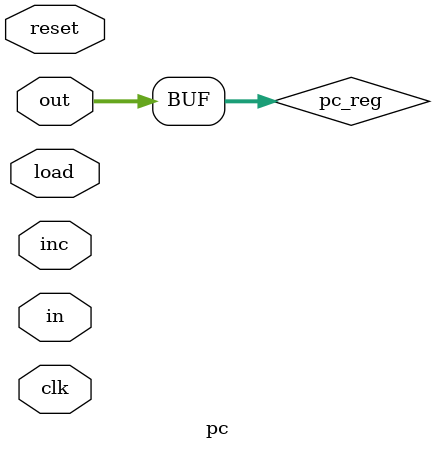
<source format=v>
/* Program Counter */
module pc(
    input wire [15: 0] in,
    input wire load,
    input wire inc,
    input wire reset,
    input wire clk,
    input wire [15: 0] out
);
    reg [15: 0] pc_reg;
    reg [15: 0] next_state;
    always @(posedge clk) begin
        if (reset)
            pc_reg <= 16'b0;
        else 
            pc_reg <= next_state;
    end

    always @(*) begin
        if (load)
            next_state = in;
        else if (inc)
            next_state = pc_reg + 1;
        else
            next_state = pc_reg;
    end

    assign out = pc_reg;
endmodule
</source>
